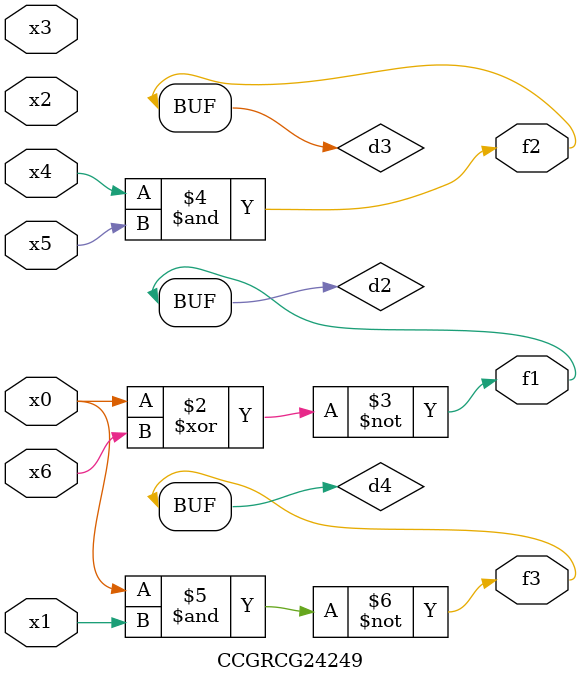
<source format=v>
module CCGRCG24249(
	input x0, x1, x2, x3, x4, x5, x6,
	output f1, f2, f3
);

	wire d1, d2, d3, d4;

	nor (d1, x0);
	xnor (d2, x0, x6);
	and (d3, x4, x5);
	nand (d4, x0, x1);
	assign f1 = d2;
	assign f2 = d3;
	assign f3 = d4;
endmodule

</source>
